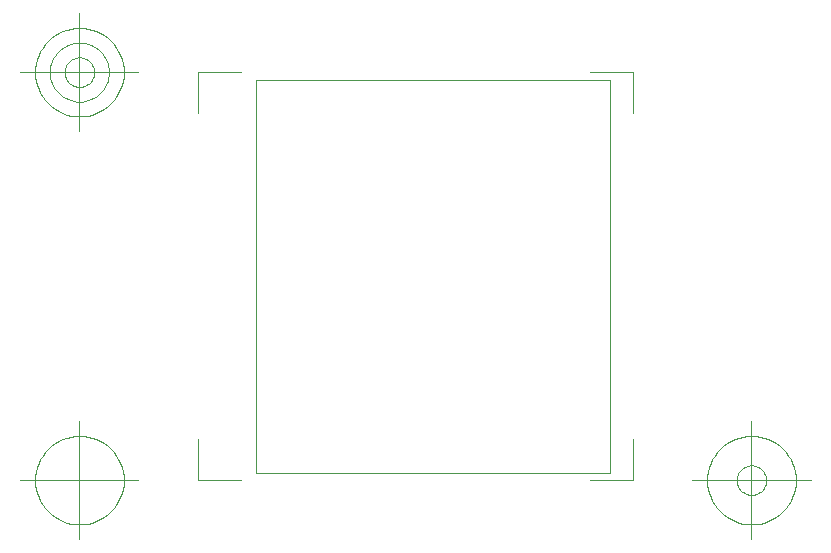
<source format=gbr>
G04 Generated by Ultiboard 10.0 *
%FSLAX25Y25*%
%MOIN*%

%ADD23C,0.00004*%
%ADD22C,0.00394*%


G04 ColorRGB 00FFFF for the following layer *
%LNLeiterplattenumriss*%
%LPD*%
%FSLAX25Y25*%
%MOIN*%
G54D23*
X0Y0D02*
X118000Y0D01*
X118000Y0D02*
X118000Y131000D01*
X118000Y131000D02*
X0Y131000D01*
X0Y131000D02*
X0Y0D01*
X0Y0D02*
X118000Y0D01*
X118000Y0D02*
X118000Y131000D01*
X118000Y131000D02*
X0Y131000D01*
X0Y131000D02*
X0Y0D01*
G54D22*
X-19400Y-2500D02*
X-19400Y11100D01*
X-19400Y-2500D02*
X-4873Y-2500D01*
X125874Y-2500D02*
X111347Y-2500D01*
X125874Y-2500D02*
X125874Y11100D01*
X125874Y133500D02*
X125874Y119900D01*
X125874Y133500D02*
X111347Y133500D01*
X-19400Y133500D02*
X-4873Y133500D01*
X-19400Y133500D02*
X-19400Y119900D01*
X-39085Y-2500D02*
X-78455Y-2500D01*
X-58770Y-22185D02*
X-58770Y17185D01*
X-44006Y-2500D02*
X-44077Y-1053D01*
X-44077Y-1053D02*
X-44290Y380D01*
X-44290Y380D02*
X-44642Y1786D01*
X-44642Y1786D02*
X-45130Y3150D01*
X-45130Y3150D02*
X-45750Y4460D01*
X-45750Y4460D02*
X-46494Y5702D01*
X-46494Y5702D02*
X-47358Y6866D01*
X-47358Y6866D02*
X-48331Y7940D01*
X-48331Y7940D02*
X-49404Y8913D01*
X-49404Y8913D02*
X-50568Y9776D01*
X-50568Y9776D02*
X-51810Y10520D01*
X-51810Y10520D02*
X-53120Y11140D01*
X-53120Y11140D02*
X-54484Y11628D01*
X-54484Y11628D02*
X-55890Y11980D01*
X-55890Y11980D02*
X-57323Y12193D01*
X-57323Y12193D02*
X-58770Y12264D01*
X-58770Y12264D02*
X-60217Y12193D01*
X-60217Y12193D02*
X-61650Y11980D01*
X-61650Y11980D02*
X-63056Y11628D01*
X-63056Y11628D02*
X-64420Y11140D01*
X-64420Y11140D02*
X-65730Y10520D01*
X-65730Y10520D02*
X-66972Y9776D01*
X-66972Y9776D02*
X-68136Y8913D01*
X-68136Y8913D02*
X-69210Y7940D01*
X-69210Y7940D02*
X-70183Y6866D01*
X-70183Y6866D02*
X-71046Y5702D01*
X-71046Y5702D02*
X-71791Y4460D01*
X-71791Y4460D02*
X-72410Y3150D01*
X-72410Y3150D02*
X-72898Y1786D01*
X-72898Y1786D02*
X-73250Y380D01*
X-73250Y380D02*
X-73463Y-1053D01*
X-73463Y-1053D02*
X-73534Y-2500D01*
X-73534Y-2500D02*
X-73463Y-3947D01*
X-73463Y-3947D02*
X-73250Y-5380D01*
X-73250Y-5380D02*
X-72898Y-6786D01*
X-72898Y-6786D02*
X-72410Y-8150D01*
X-72410Y-8150D02*
X-71791Y-9460D01*
X-71791Y-9460D02*
X-71046Y-10702D01*
X-71046Y-10702D02*
X-70183Y-11866D01*
X-70183Y-11866D02*
X-69210Y-12940D01*
X-69210Y-12940D02*
X-68136Y-13913D01*
X-68136Y-13913D02*
X-66972Y-14776D01*
X-66972Y-14776D02*
X-65730Y-15520D01*
X-65730Y-15520D02*
X-64420Y-16140D01*
X-64420Y-16140D02*
X-63056Y-16628D01*
X-63056Y-16628D02*
X-61650Y-16980D01*
X-61650Y-16980D02*
X-60217Y-17193D01*
X-60217Y-17193D02*
X-58770Y-17264D01*
X-58770Y-17264D02*
X-57323Y-17193D01*
X-57323Y-17193D02*
X-55890Y-16980D01*
X-55890Y-16980D02*
X-54484Y-16628D01*
X-54484Y-16628D02*
X-53120Y-16140D01*
X-53120Y-16140D02*
X-51810Y-15520D01*
X-51810Y-15520D02*
X-50568Y-14776D01*
X-50568Y-14776D02*
X-49404Y-13913D01*
X-49404Y-13913D02*
X-48331Y-12940D01*
X-48331Y-12940D02*
X-47358Y-11866D01*
X-47358Y-11866D02*
X-46494Y-10702D01*
X-46494Y-10702D02*
X-45750Y-9460D01*
X-45750Y-9460D02*
X-45130Y-8150D01*
X-45130Y-8150D02*
X-44642Y-6786D01*
X-44642Y-6786D02*
X-44290Y-5380D01*
X-44290Y-5380D02*
X-44077Y-3947D01*
X-44077Y-3947D02*
X-44006Y-2500D01*
X145559Y-2500D02*
X184929Y-2500D01*
X165244Y-22185D02*
X165244Y17185D01*
X180008Y-2500D02*
X179937Y-1053D01*
X179937Y-1053D02*
X179724Y380D01*
X179724Y380D02*
X179372Y1786D01*
X179372Y1786D02*
X178884Y3150D01*
X178884Y3150D02*
X178265Y4460D01*
X178265Y4460D02*
X177520Y5702D01*
X177520Y5702D02*
X176657Y6866D01*
X176657Y6866D02*
X175684Y7940D01*
X175684Y7940D02*
X174610Y8913D01*
X174610Y8913D02*
X173446Y9776D01*
X173446Y9776D02*
X172204Y10520D01*
X172204Y10520D02*
X170894Y11140D01*
X170894Y11140D02*
X169530Y11628D01*
X169530Y11628D02*
X168124Y11980D01*
X168124Y11980D02*
X166691Y12193D01*
X166691Y12193D02*
X165244Y12264D01*
X165244Y12264D02*
X163797Y12193D01*
X163797Y12193D02*
X162364Y11980D01*
X162364Y11980D02*
X160958Y11628D01*
X160958Y11628D02*
X159594Y11140D01*
X159594Y11140D02*
X158285Y10520D01*
X158285Y10520D02*
X157042Y9776D01*
X157042Y9776D02*
X155878Y8913D01*
X155878Y8913D02*
X154805Y7940D01*
X154805Y7940D02*
X153832Y6866D01*
X153832Y6866D02*
X152968Y5702D01*
X152968Y5702D02*
X152224Y4460D01*
X152224Y4460D02*
X151604Y3150D01*
X151604Y3150D02*
X151116Y1786D01*
X151116Y1786D02*
X150764Y380D01*
X150764Y380D02*
X150551Y-1053D01*
X150551Y-1053D02*
X150480Y-2500D01*
X150480Y-2500D02*
X150551Y-3947D01*
X150551Y-3947D02*
X150764Y-5380D01*
X150764Y-5380D02*
X151116Y-6786D01*
X151116Y-6786D02*
X151604Y-8150D01*
X151604Y-8150D02*
X152224Y-9460D01*
X152224Y-9460D02*
X152968Y-10702D01*
X152968Y-10702D02*
X153832Y-11866D01*
X153832Y-11866D02*
X154805Y-12940D01*
X154805Y-12940D02*
X155878Y-13913D01*
X155878Y-13913D02*
X157042Y-14776D01*
X157042Y-14776D02*
X158285Y-15520D01*
X158285Y-15520D02*
X159594Y-16140D01*
X159594Y-16140D02*
X160958Y-16628D01*
X160958Y-16628D02*
X162364Y-16980D01*
X162364Y-16980D02*
X163797Y-17193D01*
X163797Y-17193D02*
X165244Y-17264D01*
X165244Y-17264D02*
X166691Y-17193D01*
X166691Y-17193D02*
X168124Y-16980D01*
X168124Y-16980D02*
X169530Y-16628D01*
X169530Y-16628D02*
X170894Y-16140D01*
X170894Y-16140D02*
X172204Y-15520D01*
X172204Y-15520D02*
X173446Y-14776D01*
X173446Y-14776D02*
X174610Y-13913D01*
X174610Y-13913D02*
X175684Y-12940D01*
X175684Y-12940D02*
X176657Y-11866D01*
X176657Y-11866D02*
X177520Y-10702D01*
X177520Y-10702D02*
X178265Y-9460D01*
X178265Y-9460D02*
X178884Y-8150D01*
X178884Y-8150D02*
X179372Y-6786D01*
X179372Y-6786D02*
X179724Y-5380D01*
X179724Y-5380D02*
X179937Y-3947D01*
X179937Y-3947D02*
X180008Y-2500D01*
X170165Y-2500D02*
X170142Y-2018D01*
X170142Y-2018D02*
X170071Y-1540D01*
X170071Y-1540D02*
X169953Y-1071D01*
X169953Y-1071D02*
X169791Y-617D01*
X169791Y-617D02*
X169584Y-180D01*
X169584Y-180D02*
X169336Y234D01*
X169336Y234D02*
X169048Y622D01*
X169048Y622D02*
X168724Y980D01*
X168724Y980D02*
X168366Y1304D01*
X168366Y1304D02*
X167978Y1592D01*
X167978Y1592D02*
X167564Y1840D01*
X167564Y1840D02*
X167127Y2047D01*
X167127Y2047D02*
X166673Y2209D01*
X166673Y2209D02*
X166204Y2327D01*
X166204Y2327D02*
X165726Y2398D01*
X165726Y2398D02*
X165244Y2421D01*
X165244Y2421D02*
X164762Y2398D01*
X164762Y2398D02*
X164284Y2327D01*
X164284Y2327D02*
X163816Y2209D01*
X163816Y2209D02*
X163361Y2047D01*
X163361Y2047D02*
X162924Y1840D01*
X162924Y1840D02*
X162510Y1592D01*
X162510Y1592D02*
X162122Y1304D01*
X162122Y1304D02*
X161764Y980D01*
X161764Y980D02*
X161440Y622D01*
X161440Y622D02*
X161152Y234D01*
X161152Y234D02*
X160904Y-180D01*
X160904Y-180D02*
X160697Y-617D01*
X160697Y-617D02*
X160535Y-1071D01*
X160535Y-1071D02*
X160417Y-1540D01*
X160417Y-1540D02*
X160347Y-2018D01*
X160347Y-2018D02*
X160323Y-2500D01*
X160323Y-2500D02*
X160347Y-2982D01*
X160347Y-2982D02*
X160417Y-3460D01*
X160417Y-3460D02*
X160535Y-3929D01*
X160535Y-3929D02*
X160697Y-4383D01*
X160697Y-4383D02*
X160904Y-4820D01*
X160904Y-4820D02*
X161152Y-5234D01*
X161152Y-5234D02*
X161440Y-5622D01*
X161440Y-5622D02*
X161764Y-5980D01*
X161764Y-5980D02*
X162122Y-6304D01*
X162122Y-6304D02*
X162510Y-6592D01*
X162510Y-6592D02*
X162924Y-6840D01*
X162924Y-6840D02*
X163361Y-7047D01*
X163361Y-7047D02*
X163816Y-7209D01*
X163816Y-7209D02*
X164284Y-7327D01*
X164284Y-7327D02*
X164762Y-7398D01*
X164762Y-7398D02*
X165244Y-7421D01*
X165244Y-7421D02*
X165726Y-7398D01*
X165726Y-7398D02*
X166204Y-7327D01*
X166204Y-7327D02*
X166673Y-7209D01*
X166673Y-7209D02*
X167127Y-7047D01*
X167127Y-7047D02*
X167564Y-6840D01*
X167564Y-6840D02*
X167978Y-6592D01*
X167978Y-6592D02*
X168366Y-6304D01*
X168366Y-6304D02*
X168724Y-5980D01*
X168724Y-5980D02*
X169048Y-5622D01*
X169048Y-5622D02*
X169336Y-5234D01*
X169336Y-5234D02*
X169584Y-4820D01*
X169584Y-4820D02*
X169791Y-4383D01*
X169791Y-4383D02*
X169953Y-3929D01*
X169953Y-3929D02*
X170071Y-3460D01*
X170071Y-3460D02*
X170142Y-2982D01*
X170142Y-2982D02*
X170165Y-2500D01*
X-39085Y133500D02*
X-78455Y133500D01*
X-58770Y113815D02*
X-58770Y153185D01*
X-44006Y133500D02*
X-44077Y134947D01*
X-44077Y134947D02*
X-44290Y136380D01*
X-44290Y136380D02*
X-44642Y137786D01*
X-44642Y137786D02*
X-45130Y139150D01*
X-45130Y139150D02*
X-45750Y140460D01*
X-45750Y140460D02*
X-46494Y141702D01*
X-46494Y141702D02*
X-47358Y142866D01*
X-47358Y142866D02*
X-48331Y143940D01*
X-48331Y143940D02*
X-49404Y144913D01*
X-49404Y144913D02*
X-50568Y145776D01*
X-50568Y145776D02*
X-51810Y146520D01*
X-51810Y146520D02*
X-53120Y147140D01*
X-53120Y147140D02*
X-54484Y147628D01*
X-54484Y147628D02*
X-55890Y147980D01*
X-55890Y147980D02*
X-57323Y148193D01*
X-57323Y148193D02*
X-58770Y148264D01*
X-58770Y148264D02*
X-60217Y148193D01*
X-60217Y148193D02*
X-61650Y147980D01*
X-61650Y147980D02*
X-63056Y147628D01*
X-63056Y147628D02*
X-64420Y147140D01*
X-64420Y147140D02*
X-65730Y146520D01*
X-65730Y146520D02*
X-66972Y145776D01*
X-66972Y145776D02*
X-68136Y144913D01*
X-68136Y144913D02*
X-69210Y143940D01*
X-69210Y143940D02*
X-70183Y142866D01*
X-70183Y142866D02*
X-71046Y141702D01*
X-71046Y141702D02*
X-71791Y140460D01*
X-71791Y140460D02*
X-72410Y139150D01*
X-72410Y139150D02*
X-72898Y137786D01*
X-72898Y137786D02*
X-73250Y136380D01*
X-73250Y136380D02*
X-73463Y134947D01*
X-73463Y134947D02*
X-73534Y133500D01*
X-73534Y133500D02*
X-73463Y132053D01*
X-73463Y132053D02*
X-73250Y130620D01*
X-73250Y130620D02*
X-72898Y129214D01*
X-72898Y129214D02*
X-72410Y127850D01*
X-72410Y127850D02*
X-71791Y126540D01*
X-71791Y126540D02*
X-71046Y125298D01*
X-71046Y125298D02*
X-70183Y124134D01*
X-70183Y124134D02*
X-69210Y123060D01*
X-69210Y123060D02*
X-68136Y122087D01*
X-68136Y122087D02*
X-66972Y121224D01*
X-66972Y121224D02*
X-65730Y120480D01*
X-65730Y120480D02*
X-64420Y119860D01*
X-64420Y119860D02*
X-63056Y119372D01*
X-63056Y119372D02*
X-61650Y119020D01*
X-61650Y119020D02*
X-60217Y118807D01*
X-60217Y118807D02*
X-58770Y118736D01*
X-58770Y118736D02*
X-57323Y118807D01*
X-57323Y118807D02*
X-55890Y119020D01*
X-55890Y119020D02*
X-54484Y119372D01*
X-54484Y119372D02*
X-53120Y119860D01*
X-53120Y119860D02*
X-51810Y120480D01*
X-51810Y120480D02*
X-50568Y121224D01*
X-50568Y121224D02*
X-49404Y122087D01*
X-49404Y122087D02*
X-48331Y123060D01*
X-48331Y123060D02*
X-47358Y124134D01*
X-47358Y124134D02*
X-46494Y125298D01*
X-46494Y125298D02*
X-45750Y126540D01*
X-45750Y126540D02*
X-45130Y127850D01*
X-45130Y127850D02*
X-44642Y129214D01*
X-44642Y129214D02*
X-44290Y130620D01*
X-44290Y130620D02*
X-44077Y132053D01*
X-44077Y132053D02*
X-44006Y133500D01*
X-48928Y133500D02*
X-48975Y134465D01*
X-48975Y134465D02*
X-49117Y135420D01*
X-49117Y135420D02*
X-49351Y136357D01*
X-49351Y136357D02*
X-49677Y137267D01*
X-49677Y137267D02*
X-50090Y138140D01*
X-50090Y138140D02*
X-50586Y138968D01*
X-50586Y138968D02*
X-51162Y139744D01*
X-51162Y139744D02*
X-51810Y140460D01*
X-51810Y140460D02*
X-52526Y141108D01*
X-52526Y141108D02*
X-53302Y141684D01*
X-53302Y141684D02*
X-54130Y142180D01*
X-54130Y142180D02*
X-55004Y142593D01*
X-55004Y142593D02*
X-55913Y142919D01*
X-55913Y142919D02*
X-56850Y143153D01*
X-56850Y143153D02*
X-57805Y143295D01*
X-57805Y143295D02*
X-58770Y143343D01*
X-58770Y143343D02*
X-59735Y143295D01*
X-59735Y143295D02*
X-60690Y143153D01*
X-60690Y143153D02*
X-61627Y142919D01*
X-61627Y142919D02*
X-62537Y142593D01*
X-62537Y142593D02*
X-63410Y142180D01*
X-63410Y142180D02*
X-64238Y141684D01*
X-64238Y141684D02*
X-65014Y141108D01*
X-65014Y141108D02*
X-65730Y140460D01*
X-65730Y140460D02*
X-66378Y139744D01*
X-66378Y139744D02*
X-66954Y138968D01*
X-66954Y138968D02*
X-67450Y138140D01*
X-67450Y138140D02*
X-67863Y137267D01*
X-67863Y137267D02*
X-68189Y136357D01*
X-68189Y136357D02*
X-68423Y135420D01*
X-68423Y135420D02*
X-68565Y134465D01*
X-68565Y134465D02*
X-68613Y133500D01*
X-68613Y133500D02*
X-68565Y132535D01*
X-68565Y132535D02*
X-68423Y131580D01*
X-68423Y131580D02*
X-68189Y130643D01*
X-68189Y130643D02*
X-67863Y129733D01*
X-67863Y129733D02*
X-67450Y128860D01*
X-67450Y128860D02*
X-66954Y128032D01*
X-66954Y128032D02*
X-66378Y127256D01*
X-66378Y127256D02*
X-65730Y126540D01*
X-65730Y126540D02*
X-65014Y125892D01*
X-65014Y125892D02*
X-64238Y125316D01*
X-64238Y125316D02*
X-63410Y124820D01*
X-63410Y124820D02*
X-62537Y124407D01*
X-62537Y124407D02*
X-61627Y124081D01*
X-61627Y124081D02*
X-60690Y123847D01*
X-60690Y123847D02*
X-59735Y123705D01*
X-59735Y123705D02*
X-58770Y123657D01*
X-58770Y123657D02*
X-57805Y123705D01*
X-57805Y123705D02*
X-56850Y123847D01*
X-56850Y123847D02*
X-55913Y124081D01*
X-55913Y124081D02*
X-55004Y124407D01*
X-55004Y124407D02*
X-54130Y124820D01*
X-54130Y124820D02*
X-53302Y125316D01*
X-53302Y125316D02*
X-52526Y125892D01*
X-52526Y125892D02*
X-51810Y126540D01*
X-51810Y126540D02*
X-51162Y127256D01*
X-51162Y127256D02*
X-50586Y128032D01*
X-50586Y128032D02*
X-50090Y128860D01*
X-50090Y128860D02*
X-49677Y129733D01*
X-49677Y129733D02*
X-49351Y130643D01*
X-49351Y130643D02*
X-49117Y131580D01*
X-49117Y131580D02*
X-48975Y132535D01*
X-48975Y132535D02*
X-48928Y133500D01*
X-53849Y133500D02*
X-53873Y133982D01*
X-53873Y133982D02*
X-53943Y134460D01*
X-53943Y134460D02*
X-54061Y134929D01*
X-54061Y134929D02*
X-54223Y135383D01*
X-54223Y135383D02*
X-54430Y135820D01*
X-54430Y135820D02*
X-54678Y136234D01*
X-54678Y136234D02*
X-54966Y136622D01*
X-54966Y136622D02*
X-55290Y136980D01*
X-55290Y136980D02*
X-55648Y137304D01*
X-55648Y137304D02*
X-56036Y137592D01*
X-56036Y137592D02*
X-56450Y137840D01*
X-56450Y137840D02*
X-56887Y138047D01*
X-56887Y138047D02*
X-57342Y138209D01*
X-57342Y138209D02*
X-57810Y138327D01*
X-57810Y138327D02*
X-58288Y138398D01*
X-58288Y138398D02*
X-58770Y138421D01*
X-58770Y138421D02*
X-59252Y138398D01*
X-59252Y138398D02*
X-59730Y138327D01*
X-59730Y138327D02*
X-60199Y138209D01*
X-60199Y138209D02*
X-60653Y138047D01*
X-60653Y138047D02*
X-61090Y137840D01*
X-61090Y137840D02*
X-61504Y137592D01*
X-61504Y137592D02*
X-61892Y137304D01*
X-61892Y137304D02*
X-62250Y136980D01*
X-62250Y136980D02*
X-62574Y136622D01*
X-62574Y136622D02*
X-62862Y136234D01*
X-62862Y136234D02*
X-63110Y135820D01*
X-63110Y135820D02*
X-63317Y135383D01*
X-63317Y135383D02*
X-63479Y134929D01*
X-63479Y134929D02*
X-63597Y134460D01*
X-63597Y134460D02*
X-63668Y133982D01*
X-63668Y133982D02*
X-63691Y133500D01*
X-63691Y133500D02*
X-63668Y133018D01*
X-63668Y133018D02*
X-63597Y132540D01*
X-63597Y132540D02*
X-63479Y132071D01*
X-63479Y132071D02*
X-63317Y131617D01*
X-63317Y131617D02*
X-63110Y131180D01*
X-63110Y131180D02*
X-62862Y130766D01*
X-62862Y130766D02*
X-62574Y130378D01*
X-62574Y130378D02*
X-62250Y130020D01*
X-62250Y130020D02*
X-61892Y129696D01*
X-61892Y129696D02*
X-61504Y129408D01*
X-61504Y129408D02*
X-61090Y129160D01*
X-61090Y129160D02*
X-60653Y128953D01*
X-60653Y128953D02*
X-60199Y128791D01*
X-60199Y128791D02*
X-59730Y128673D01*
X-59730Y128673D02*
X-59252Y128602D01*
X-59252Y128602D02*
X-58770Y128579D01*
X-58770Y128579D02*
X-58288Y128602D01*
X-58288Y128602D02*
X-57810Y128673D01*
X-57810Y128673D02*
X-57342Y128791D01*
X-57342Y128791D02*
X-56887Y128953D01*
X-56887Y128953D02*
X-56450Y129160D01*
X-56450Y129160D02*
X-56036Y129408D01*
X-56036Y129408D02*
X-55648Y129696D01*
X-55648Y129696D02*
X-55290Y130020D01*
X-55290Y130020D02*
X-54966Y130378D01*
X-54966Y130378D02*
X-54678Y130766D01*
X-54678Y130766D02*
X-54430Y131180D01*
X-54430Y131180D02*
X-54223Y131617D01*
X-54223Y131617D02*
X-54061Y132071D01*
X-54061Y132071D02*
X-53943Y132540D01*
X-53943Y132540D02*
X-53873Y133018D01*
X-53873Y133018D02*
X-53849Y133500D01*
X-19400Y-2500D02*
X-19400Y11100D01*
X-19400Y-2500D02*
X-4873Y-2500D01*
X125874Y-2500D02*
X111347Y-2500D01*
X125874Y-2500D02*
X125874Y11100D01*
X125874Y133500D02*
X125874Y119900D01*
X125874Y133500D02*
X111347Y133500D01*
X-19400Y133500D02*
X-4873Y133500D01*
X-19400Y133500D02*
X-19400Y119900D01*
X-39085Y-2500D02*
X-78455Y-2500D01*
X-58770Y-22185D02*
X-58770Y17185D01*
X-44006Y-2500D02*
X-44077Y-1053D01*
X-44077Y-1053D02*
X-44290Y380D01*
X-44290Y380D02*
X-44642Y1786D01*
X-44642Y1786D02*
X-45130Y3150D01*
X-45130Y3150D02*
X-45750Y4460D01*
X-45750Y4460D02*
X-46494Y5702D01*
X-46494Y5702D02*
X-47358Y6866D01*
X-47358Y6866D02*
X-48331Y7940D01*
X-48331Y7940D02*
X-49404Y8913D01*
X-49404Y8913D02*
X-50568Y9776D01*
X-50568Y9776D02*
X-51810Y10520D01*
X-51810Y10520D02*
X-53120Y11140D01*
X-53120Y11140D02*
X-54484Y11628D01*
X-54484Y11628D02*
X-55890Y11980D01*
X-55890Y11980D02*
X-57323Y12193D01*
X-57323Y12193D02*
X-58770Y12264D01*
X-58770Y12264D02*
X-60217Y12193D01*
X-60217Y12193D02*
X-61650Y11980D01*
X-61650Y11980D02*
X-63056Y11628D01*
X-63056Y11628D02*
X-64420Y11140D01*
X-64420Y11140D02*
X-65730Y10520D01*
X-65730Y10520D02*
X-66972Y9776D01*
X-66972Y9776D02*
X-68136Y8913D01*
X-68136Y8913D02*
X-69210Y7940D01*
X-69210Y7940D02*
X-70183Y6866D01*
X-70183Y6866D02*
X-71046Y5702D01*
X-71046Y5702D02*
X-71791Y4460D01*
X-71791Y4460D02*
X-72410Y3150D01*
X-72410Y3150D02*
X-72898Y1786D01*
X-72898Y1786D02*
X-73250Y380D01*
X-73250Y380D02*
X-73463Y-1053D01*
X-73463Y-1053D02*
X-73534Y-2500D01*
X-73534Y-2500D02*
X-73463Y-3947D01*
X-73463Y-3947D02*
X-73250Y-5380D01*
X-73250Y-5380D02*
X-72898Y-6786D01*
X-72898Y-6786D02*
X-72410Y-8150D01*
X-72410Y-8150D02*
X-71791Y-9460D01*
X-71791Y-9460D02*
X-71046Y-10702D01*
X-71046Y-10702D02*
X-70183Y-11866D01*
X-70183Y-11866D02*
X-69210Y-12940D01*
X-69210Y-12940D02*
X-68136Y-13913D01*
X-68136Y-13913D02*
X-66972Y-14776D01*
X-66972Y-14776D02*
X-65730Y-15520D01*
X-65730Y-15520D02*
X-64420Y-16140D01*
X-64420Y-16140D02*
X-63056Y-16628D01*
X-63056Y-16628D02*
X-61650Y-16980D01*
X-61650Y-16980D02*
X-60217Y-17193D01*
X-60217Y-17193D02*
X-58770Y-17264D01*
X-58770Y-17264D02*
X-57323Y-17193D01*
X-57323Y-17193D02*
X-55890Y-16980D01*
X-55890Y-16980D02*
X-54484Y-16628D01*
X-54484Y-16628D02*
X-53120Y-16140D01*
X-53120Y-16140D02*
X-51810Y-15520D01*
X-51810Y-15520D02*
X-50568Y-14776D01*
X-50568Y-14776D02*
X-49404Y-13913D01*
X-49404Y-13913D02*
X-48331Y-12940D01*
X-48331Y-12940D02*
X-47358Y-11866D01*
X-47358Y-11866D02*
X-46494Y-10702D01*
X-46494Y-10702D02*
X-45750Y-9460D01*
X-45750Y-9460D02*
X-45130Y-8150D01*
X-45130Y-8150D02*
X-44642Y-6786D01*
X-44642Y-6786D02*
X-44290Y-5380D01*
X-44290Y-5380D02*
X-44077Y-3947D01*
X-44077Y-3947D02*
X-44006Y-2500D01*
X145559Y-2500D02*
X184929Y-2500D01*
X165244Y-22185D02*
X165244Y17185D01*
X180008Y-2500D02*
X179937Y-1053D01*
X179937Y-1053D02*
X179724Y380D01*
X179724Y380D02*
X179372Y1786D01*
X179372Y1786D02*
X178884Y3150D01*
X178884Y3150D02*
X178265Y4460D01*
X178265Y4460D02*
X177520Y5702D01*
X177520Y5702D02*
X176657Y6866D01*
X176657Y6866D02*
X175684Y7940D01*
X175684Y7940D02*
X174610Y8913D01*
X174610Y8913D02*
X173446Y9776D01*
X173446Y9776D02*
X172204Y10520D01*
X172204Y10520D02*
X170894Y11140D01*
X170894Y11140D02*
X169530Y11628D01*
X169530Y11628D02*
X168124Y11980D01*
X168124Y11980D02*
X166691Y12193D01*
X166691Y12193D02*
X165244Y12264D01*
X165244Y12264D02*
X163797Y12193D01*
X163797Y12193D02*
X162364Y11980D01*
X162364Y11980D02*
X160958Y11628D01*
X160958Y11628D02*
X159594Y11140D01*
X159594Y11140D02*
X158285Y10520D01*
X158285Y10520D02*
X157042Y9776D01*
X157042Y9776D02*
X155878Y8913D01*
X155878Y8913D02*
X154805Y7940D01*
X154805Y7940D02*
X153832Y6866D01*
X153832Y6866D02*
X152968Y5702D01*
X152968Y5702D02*
X152224Y4460D01*
X152224Y4460D02*
X151604Y3150D01*
X151604Y3150D02*
X151116Y1786D01*
X151116Y1786D02*
X150764Y380D01*
X150764Y380D02*
X150551Y-1053D01*
X150551Y-1053D02*
X150480Y-2500D01*
X150480Y-2500D02*
X150551Y-3947D01*
X150551Y-3947D02*
X150764Y-5380D01*
X150764Y-5380D02*
X151116Y-6786D01*
X151116Y-6786D02*
X151604Y-8150D01*
X151604Y-8150D02*
X152224Y-9460D01*
X152224Y-9460D02*
X152968Y-10702D01*
X152968Y-10702D02*
X153832Y-11866D01*
X153832Y-11866D02*
X154805Y-12940D01*
X154805Y-12940D02*
X155878Y-13913D01*
X155878Y-13913D02*
X157042Y-14776D01*
X157042Y-14776D02*
X158285Y-15520D01*
X158285Y-15520D02*
X159594Y-16140D01*
X159594Y-16140D02*
X160958Y-16628D01*
X160958Y-16628D02*
X162364Y-16980D01*
X162364Y-16980D02*
X163797Y-17193D01*
X163797Y-17193D02*
X165244Y-17264D01*
X165244Y-17264D02*
X166691Y-17193D01*
X166691Y-17193D02*
X168124Y-16980D01*
X168124Y-16980D02*
X169530Y-16628D01*
X169530Y-16628D02*
X170894Y-16140D01*
X170894Y-16140D02*
X172204Y-15520D01*
X172204Y-15520D02*
X173446Y-14776D01*
X173446Y-14776D02*
X174610Y-13913D01*
X174610Y-13913D02*
X175684Y-12940D01*
X175684Y-12940D02*
X176657Y-11866D01*
X176657Y-11866D02*
X177520Y-10702D01*
X177520Y-10702D02*
X178265Y-9460D01*
X178265Y-9460D02*
X178884Y-8150D01*
X178884Y-8150D02*
X179372Y-6786D01*
X179372Y-6786D02*
X179724Y-5380D01*
X179724Y-5380D02*
X179937Y-3947D01*
X179937Y-3947D02*
X180008Y-2500D01*
X170165Y-2500D02*
X170142Y-2018D01*
X170142Y-2018D02*
X170071Y-1540D01*
X170071Y-1540D02*
X169953Y-1071D01*
X169953Y-1071D02*
X169791Y-617D01*
X169791Y-617D02*
X169584Y-180D01*
X169584Y-180D02*
X169336Y234D01*
X169336Y234D02*
X169048Y622D01*
X169048Y622D02*
X168724Y980D01*
X168724Y980D02*
X168366Y1304D01*
X168366Y1304D02*
X167978Y1592D01*
X167978Y1592D02*
X167564Y1840D01*
X167564Y1840D02*
X167127Y2047D01*
X167127Y2047D02*
X166673Y2209D01*
X166673Y2209D02*
X166204Y2327D01*
X166204Y2327D02*
X165726Y2398D01*
X165726Y2398D02*
X165244Y2421D01*
X165244Y2421D02*
X164762Y2398D01*
X164762Y2398D02*
X164284Y2327D01*
X164284Y2327D02*
X163816Y2209D01*
X163816Y2209D02*
X163361Y2047D01*
X163361Y2047D02*
X162924Y1840D01*
X162924Y1840D02*
X162510Y1592D01*
X162510Y1592D02*
X162122Y1304D01*
X162122Y1304D02*
X161764Y980D01*
X161764Y980D02*
X161440Y622D01*
X161440Y622D02*
X161152Y234D01*
X161152Y234D02*
X160904Y-180D01*
X160904Y-180D02*
X160697Y-617D01*
X160697Y-617D02*
X160535Y-1071D01*
X160535Y-1071D02*
X160417Y-1540D01*
X160417Y-1540D02*
X160347Y-2018D01*
X160347Y-2018D02*
X160323Y-2500D01*
X160323Y-2500D02*
X160347Y-2982D01*
X160347Y-2982D02*
X160417Y-3460D01*
X160417Y-3460D02*
X160535Y-3929D01*
X160535Y-3929D02*
X160697Y-4383D01*
X160697Y-4383D02*
X160904Y-4820D01*
X160904Y-4820D02*
X161152Y-5234D01*
X161152Y-5234D02*
X161440Y-5622D01*
X161440Y-5622D02*
X161764Y-5980D01*
X161764Y-5980D02*
X162122Y-6304D01*
X162122Y-6304D02*
X162510Y-6592D01*
X162510Y-6592D02*
X162924Y-6840D01*
X162924Y-6840D02*
X163361Y-7047D01*
X163361Y-7047D02*
X163816Y-7209D01*
X163816Y-7209D02*
X164284Y-7327D01*
X164284Y-7327D02*
X164762Y-7398D01*
X164762Y-7398D02*
X165244Y-7421D01*
X165244Y-7421D02*
X165726Y-7398D01*
X165726Y-7398D02*
X166204Y-7327D01*
X166204Y-7327D02*
X166673Y-7209D01*
X166673Y-7209D02*
X167127Y-7047D01*
X167127Y-7047D02*
X167564Y-6840D01*
X167564Y-6840D02*
X167978Y-6592D01*
X167978Y-6592D02*
X168366Y-6304D01*
X168366Y-6304D02*
X168724Y-5980D01*
X168724Y-5980D02*
X169048Y-5622D01*
X169048Y-5622D02*
X169336Y-5234D01*
X169336Y-5234D02*
X169584Y-4820D01*
X169584Y-4820D02*
X169791Y-4383D01*
X169791Y-4383D02*
X169953Y-3929D01*
X169953Y-3929D02*
X170071Y-3460D01*
X170071Y-3460D02*
X170142Y-2982D01*
X170142Y-2982D02*
X170165Y-2500D01*
X-39085Y133500D02*
X-78455Y133500D01*
X-58770Y113815D02*
X-58770Y153185D01*
X-44006Y133500D02*
X-44077Y134947D01*
X-44077Y134947D02*
X-44290Y136380D01*
X-44290Y136380D02*
X-44642Y137786D01*
X-44642Y137786D02*
X-45130Y139150D01*
X-45130Y139150D02*
X-45750Y140460D01*
X-45750Y140460D02*
X-46494Y141702D01*
X-46494Y141702D02*
X-47358Y142866D01*
X-47358Y142866D02*
X-48331Y143940D01*
X-48331Y143940D02*
X-49404Y144913D01*
X-49404Y144913D02*
X-50568Y145776D01*
X-50568Y145776D02*
X-51810Y146520D01*
X-51810Y146520D02*
X-53120Y147140D01*
X-53120Y147140D02*
X-54484Y147628D01*
X-54484Y147628D02*
X-55890Y147980D01*
X-55890Y147980D02*
X-57323Y148193D01*
X-57323Y148193D02*
X-58770Y148264D01*
X-58770Y148264D02*
X-60217Y148193D01*
X-60217Y148193D02*
X-61650Y147980D01*
X-61650Y147980D02*
X-63056Y147628D01*
X-63056Y147628D02*
X-64420Y147140D01*
X-64420Y147140D02*
X-65730Y146520D01*
X-65730Y146520D02*
X-66972Y145776D01*
X-66972Y145776D02*
X-68136Y144913D01*
X-68136Y144913D02*
X-69210Y143940D01*
X-69210Y143940D02*
X-70183Y142866D01*
X-70183Y142866D02*
X-71046Y141702D01*
X-71046Y141702D02*
X-71791Y140460D01*
X-71791Y140460D02*
X-72410Y139150D01*
X-72410Y139150D02*
X-72898Y137786D01*
X-72898Y137786D02*
X-73250Y136380D01*
X-73250Y136380D02*
X-73463Y134947D01*
X-73463Y134947D02*
X-73534Y133500D01*
X-73534Y133500D02*
X-73463Y132053D01*
X-73463Y132053D02*
X-73250Y130620D01*
X-73250Y130620D02*
X-72898Y129214D01*
X-72898Y129214D02*
X-72410Y127850D01*
X-72410Y127850D02*
X-71791Y126540D01*
X-71791Y126540D02*
X-71046Y125298D01*
X-71046Y125298D02*
X-70183Y124134D01*
X-70183Y124134D02*
X-69210Y123060D01*
X-69210Y123060D02*
X-68136Y122087D01*
X-68136Y122087D02*
X-66972Y121224D01*
X-66972Y121224D02*
X-65730Y120480D01*
X-65730Y120480D02*
X-64420Y119860D01*
X-64420Y119860D02*
X-63056Y119372D01*
X-63056Y119372D02*
X-61650Y119020D01*
X-61650Y119020D02*
X-60217Y118807D01*
X-60217Y118807D02*
X-58770Y118736D01*
X-58770Y118736D02*
X-57323Y118807D01*
X-57323Y118807D02*
X-55890Y119020D01*
X-55890Y119020D02*
X-54484Y119372D01*
X-54484Y119372D02*
X-53120Y119860D01*
X-53120Y119860D02*
X-51810Y120480D01*
X-51810Y120480D02*
X-50568Y121224D01*
X-50568Y121224D02*
X-49404Y122087D01*
X-49404Y122087D02*
X-48331Y123060D01*
X-48331Y123060D02*
X-47358Y124134D01*
X-47358Y124134D02*
X-46494Y125298D01*
X-46494Y125298D02*
X-45750Y126540D01*
X-45750Y126540D02*
X-45130Y127850D01*
X-45130Y127850D02*
X-44642Y129214D01*
X-44642Y129214D02*
X-44290Y130620D01*
X-44290Y130620D02*
X-44077Y132053D01*
X-44077Y132053D02*
X-44006Y133500D01*
X-48928Y133500D02*
X-48975Y134465D01*
X-48975Y134465D02*
X-49117Y135420D01*
X-49117Y135420D02*
X-49351Y136357D01*
X-49351Y136357D02*
X-49677Y137267D01*
X-49677Y137267D02*
X-50090Y138140D01*
X-50090Y138140D02*
X-50586Y138968D01*
X-50586Y138968D02*
X-51162Y139744D01*
X-51162Y139744D02*
X-51810Y140460D01*
X-51810Y140460D02*
X-52526Y141108D01*
X-52526Y141108D02*
X-53302Y141684D01*
X-53302Y141684D02*
X-54130Y142180D01*
X-54130Y142180D02*
X-55004Y142593D01*
X-55004Y142593D02*
X-55913Y142919D01*
X-55913Y142919D02*
X-56850Y143153D01*
X-56850Y143153D02*
X-57805Y143295D01*
X-57805Y143295D02*
X-58770Y143343D01*
X-58770Y143343D02*
X-59735Y143295D01*
X-59735Y143295D02*
X-60690Y143153D01*
X-60690Y143153D02*
X-61627Y142919D01*
X-61627Y142919D02*
X-62537Y142593D01*
X-62537Y142593D02*
X-63410Y142180D01*
X-63410Y142180D02*
X-64238Y141684D01*
X-64238Y141684D02*
X-65014Y141108D01*
X-65014Y141108D02*
X-65730Y140460D01*
X-65730Y140460D02*
X-66378Y139744D01*
X-66378Y139744D02*
X-66954Y138968D01*
X-66954Y138968D02*
X-67450Y138140D01*
X-67450Y138140D02*
X-67863Y137267D01*
X-67863Y137267D02*
X-68189Y136357D01*
X-68189Y136357D02*
X-68423Y135420D01*
X-68423Y135420D02*
X-68565Y134465D01*
X-68565Y134465D02*
X-68613Y133500D01*
X-68613Y133500D02*
X-68565Y132535D01*
X-68565Y132535D02*
X-68423Y131580D01*
X-68423Y131580D02*
X-68189Y130643D01*
X-68189Y130643D02*
X-67863Y129733D01*
X-67863Y129733D02*
X-67450Y128860D01*
X-67450Y128860D02*
X-66954Y128032D01*
X-66954Y128032D02*
X-66378Y127256D01*
X-66378Y127256D02*
X-65730Y126540D01*
X-65730Y126540D02*
X-65014Y125892D01*
X-65014Y125892D02*
X-64238Y125316D01*
X-64238Y125316D02*
X-63410Y124820D01*
X-63410Y124820D02*
X-62537Y124407D01*
X-62537Y124407D02*
X-61627Y124081D01*
X-61627Y124081D02*
X-60690Y123847D01*
X-60690Y123847D02*
X-59735Y123705D01*
X-59735Y123705D02*
X-58770Y123657D01*
X-58770Y123657D02*
X-57805Y123705D01*
X-57805Y123705D02*
X-56850Y123847D01*
X-56850Y123847D02*
X-55913Y124081D01*
X-55913Y124081D02*
X-55004Y124407D01*
X-55004Y124407D02*
X-54130Y124820D01*
X-54130Y124820D02*
X-53302Y125316D01*
X-53302Y125316D02*
X-52526Y125892D01*
X-52526Y125892D02*
X-51810Y126540D01*
X-51810Y126540D02*
X-51162Y127256D01*
X-51162Y127256D02*
X-50586Y128032D01*
X-50586Y128032D02*
X-50090Y128860D01*
X-50090Y128860D02*
X-49677Y129733D01*
X-49677Y129733D02*
X-49351Y130643D01*
X-49351Y130643D02*
X-49117Y131580D01*
X-49117Y131580D02*
X-48975Y132535D01*
X-48975Y132535D02*
X-48928Y133500D01*
X-53849Y133500D02*
X-53873Y133982D01*
X-53873Y133982D02*
X-53943Y134460D01*
X-53943Y134460D02*
X-54061Y134929D01*
X-54061Y134929D02*
X-54223Y135383D01*
X-54223Y135383D02*
X-54430Y135820D01*
X-54430Y135820D02*
X-54678Y136234D01*
X-54678Y136234D02*
X-54966Y136622D01*
X-54966Y136622D02*
X-55290Y136980D01*
X-55290Y136980D02*
X-55648Y137304D01*
X-55648Y137304D02*
X-56036Y137592D01*
X-56036Y137592D02*
X-56450Y137840D01*
X-56450Y137840D02*
X-56887Y138047D01*
X-56887Y138047D02*
X-57342Y138209D01*
X-57342Y138209D02*
X-57810Y138327D01*
X-57810Y138327D02*
X-58288Y138398D01*
X-58288Y138398D02*
X-58770Y138421D01*
X-58770Y138421D02*
X-59252Y138398D01*
X-59252Y138398D02*
X-59730Y138327D01*
X-59730Y138327D02*
X-60199Y138209D01*
X-60199Y138209D02*
X-60653Y138047D01*
X-60653Y138047D02*
X-61090Y137840D01*
X-61090Y137840D02*
X-61504Y137592D01*
X-61504Y137592D02*
X-61892Y137304D01*
X-61892Y137304D02*
X-62250Y136980D01*
X-62250Y136980D02*
X-62574Y136622D01*
X-62574Y136622D02*
X-62862Y136234D01*
X-62862Y136234D02*
X-63110Y135820D01*
X-63110Y135820D02*
X-63317Y135383D01*
X-63317Y135383D02*
X-63479Y134929D01*
X-63479Y134929D02*
X-63597Y134460D01*
X-63597Y134460D02*
X-63668Y133982D01*
X-63668Y133982D02*
X-63691Y133500D01*
X-63691Y133500D02*
X-63668Y133018D01*
X-63668Y133018D02*
X-63597Y132540D01*
X-63597Y132540D02*
X-63479Y132071D01*
X-63479Y132071D02*
X-63317Y131617D01*
X-63317Y131617D02*
X-63110Y131180D01*
X-63110Y131180D02*
X-62862Y130766D01*
X-62862Y130766D02*
X-62574Y130378D01*
X-62574Y130378D02*
X-62250Y130020D01*
X-62250Y130020D02*
X-61892Y129696D01*
X-61892Y129696D02*
X-61504Y129408D01*
X-61504Y129408D02*
X-61090Y129160D01*
X-61090Y129160D02*
X-60653Y128953D01*
X-60653Y128953D02*
X-60199Y128791D01*
X-60199Y128791D02*
X-59730Y128673D01*
X-59730Y128673D02*
X-59252Y128602D01*
X-59252Y128602D02*
X-58770Y128579D01*
X-58770Y128579D02*
X-58288Y128602D01*
X-58288Y128602D02*
X-57810Y128673D01*
X-57810Y128673D02*
X-57342Y128791D01*
X-57342Y128791D02*
X-56887Y128953D01*
X-56887Y128953D02*
X-56450Y129160D01*
X-56450Y129160D02*
X-56036Y129408D01*
X-56036Y129408D02*
X-55648Y129696D01*
X-55648Y129696D02*
X-55290Y130020D01*
X-55290Y130020D02*
X-54966Y130378D01*
X-54966Y130378D02*
X-54678Y130766D01*
X-54678Y130766D02*
X-54430Y131180D01*
X-54430Y131180D02*
X-54223Y131617D01*
X-54223Y131617D02*
X-54061Y132071D01*
X-54061Y132071D02*
X-53943Y132540D01*
X-53943Y132540D02*
X-53873Y133018D01*
X-53873Y133018D02*
X-53849Y133500D01*

M00*

</source>
